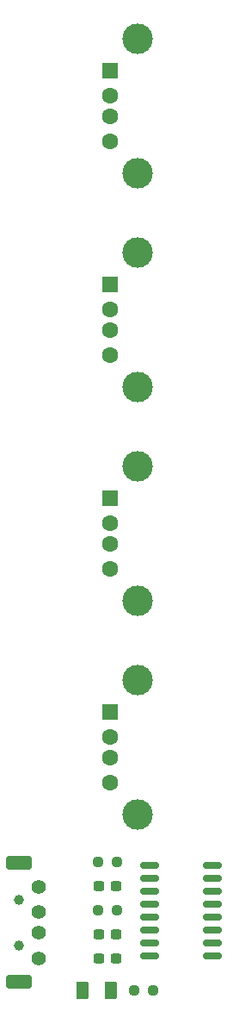
<source format=gbr>
%TF.GenerationSoftware,KiCad,Pcbnew,7.0.7*%
%TF.CreationDate,2024-02-11T16:58:00-05:00*%
%TF.ProjectId,HS8836A_USB_hub,48533838-3336-4415-9f55-53425f687562,rev?*%
%TF.SameCoordinates,Original*%
%TF.FileFunction,Soldermask,Top*%
%TF.FilePolarity,Negative*%
%FSLAX46Y46*%
G04 Gerber Fmt 4.6, Leading zero omitted, Abs format (unit mm)*
G04 Created by KiCad (PCBNEW 7.0.7) date 2024-02-11 16:58:00*
%MOMM*%
%LPD*%
G01*
G04 APERTURE LIST*
G04 Aperture macros list*
%AMRoundRect*
0 Rectangle with rounded corners*
0 $1 Rounding radius*
0 $2 $3 $4 $5 $6 $7 $8 $9 X,Y pos of 4 corners*
0 Add a 4 corners polygon primitive as box body*
4,1,4,$2,$3,$4,$5,$6,$7,$8,$9,$2,$3,0*
0 Add four circle primitives for the rounded corners*
1,1,$1+$1,$2,$3*
1,1,$1+$1,$4,$5*
1,1,$1+$1,$6,$7*
1,1,$1+$1,$8,$9*
0 Add four rect primitives between the rounded corners*
20,1,$1+$1,$2,$3,$4,$5,0*
20,1,$1+$1,$4,$5,$6,$7,0*
20,1,$1+$1,$6,$7,$8,$9,0*
20,1,$1+$1,$8,$9,$2,$3,0*%
G04 Aperture macros list end*
%ADD10R,1.500000X1.600000*%
%ADD11C,1.600000*%
%ADD12C,3.000000*%
%ADD13RoundRect,0.350000X-0.950000X0.350000X-0.950000X-0.350000X0.950000X-0.350000X0.950000X0.350000X0*%
%ADD14C,1.400000*%
%ADD15C,1.000000*%
%ADD16RoundRect,0.162500X0.750000X0.162500X-0.750000X0.162500X-0.750000X-0.162500X0.750000X-0.162500X0*%
%ADD17RoundRect,0.237500X0.250000X0.237500X-0.250000X0.237500X-0.250000X-0.237500X0.250000X-0.237500X0*%
%ADD18RoundRect,0.237500X-0.250000X-0.237500X0.250000X-0.237500X0.250000X0.237500X-0.250000X0.237500X0*%
%ADD19RoundRect,0.250000X0.375000X0.625000X-0.375000X0.625000X-0.375000X-0.625000X0.375000X-0.625000X0*%
%ADD20RoundRect,0.237500X0.300000X0.237500X-0.300000X0.237500X-0.300000X-0.237500X0.300000X-0.237500X0*%
G04 APERTURE END LIST*
D10*
%TO.C,J4*%
X145840000Y-76300000D03*
D11*
X145840000Y-78800000D03*
X145840000Y-80800000D03*
X145840000Y-83300000D03*
D12*
X148550000Y-86370000D03*
X148550000Y-73230000D03*
%TD*%
D13*
%TO.C,Jr1*%
X136800000Y-144850000D03*
X136800000Y-133150000D03*
D14*
X138800000Y-135500000D03*
X138800000Y-138000000D03*
X138800000Y-140000000D03*
X138800000Y-142500000D03*
D15*
X136800000Y-141250000D03*
X136800000Y-136750000D03*
%TD*%
D16*
%TO.C,U1*%
X155887500Y-142245000D03*
X155887500Y-140975000D03*
X155887500Y-139705000D03*
X155887500Y-138435000D03*
X155887500Y-137165000D03*
X155887500Y-135895000D03*
X155887500Y-134625000D03*
X155887500Y-133355000D03*
X149712500Y-133355000D03*
X149712500Y-134625000D03*
X149712500Y-135895000D03*
X149712500Y-137165000D03*
X149712500Y-138435000D03*
X149712500Y-139705000D03*
X149712500Y-140975000D03*
X149712500Y-142245000D03*
%TD*%
D17*
%TO.C,R3*%
X150000000Y-145700000D03*
X148175000Y-145700000D03*
%TD*%
D18*
%TO.C,R2*%
X144650000Y-133075000D03*
X146475000Y-133075000D03*
%TD*%
%TO.C,R1*%
X144650000Y-137825000D03*
X146475000Y-137825000D03*
%TD*%
D12*
%TO.C,J5*%
X148550000Y-52230000D03*
X148550000Y-65370000D03*
D11*
X145840000Y-62300000D03*
X145840000Y-59800000D03*
X145840000Y-57800000D03*
D10*
X145840000Y-55300000D03*
%TD*%
%TO.C,J3*%
X145840000Y-97300000D03*
D11*
X145840000Y-99800000D03*
X145840000Y-101800000D03*
X145840000Y-104300000D03*
D12*
X148550000Y-107370000D03*
X148550000Y-94230000D03*
%TD*%
%TO.C,J2*%
X148550000Y-115230000D03*
X148550000Y-128370000D03*
D11*
X145840000Y-125300000D03*
X145840000Y-122800000D03*
X145840000Y-120800000D03*
D10*
X145840000Y-118300000D03*
%TD*%
D19*
%TO.C,D1*%
X145900000Y-145700000D03*
X143100000Y-145700000D03*
%TD*%
D20*
%TO.C,C3*%
X146425000Y-135450000D03*
X144700000Y-135450000D03*
%TD*%
%TO.C,C2*%
X146425000Y-140200000D03*
X144700000Y-140200000D03*
%TD*%
%TO.C,C1*%
X146425000Y-142575000D03*
X144700000Y-142575000D03*
%TD*%
M02*

</source>
